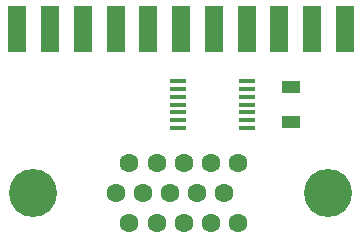
<source format=gbs>
G04 #@! TF.FileFunction,Soldermask,Bot*
%FSLAX46Y46*%
G04 Gerber Fmt 4.6, Leading zero omitted, Abs format (unit mm)*
G04 Created by KiCad (PCBNEW 4.0.7) date 01/07/18 23:21:39*
%MOMM*%
%LPD*%
G01*
G04 APERTURE LIST*
%ADD10C,0.100000*%
%ADD11R,1.473200X0.355600*%
%ADD12R,1.600000X1.000000*%
%ADD13R,1.500000X4.000000*%
%ADD14C,4.064000*%
%ADD15C,1.600200*%
G04 APERTURE END LIST*
D10*
D11*
X154559000Y-89738200D03*
X154559000Y-90398600D03*
X154559000Y-91033600D03*
X154559000Y-91694000D03*
X154559000Y-92354400D03*
X154559000Y-92989400D03*
X154559000Y-93649800D03*
X148717000Y-93649800D03*
X148717000Y-92989400D03*
X148717000Y-92354400D03*
X148717000Y-91694000D03*
X148717000Y-91033600D03*
X148717000Y-90398600D03*
X148717000Y-89738200D03*
D12*
X158242000Y-90194000D03*
X158242000Y-93194000D03*
D13*
X135120000Y-85310000D03*
X137890000Y-85310000D03*
X140660000Y-85310000D03*
X143430000Y-85310000D03*
X146200000Y-85310000D03*
X148970000Y-85310000D03*
X151740000Y-85310000D03*
X154510000Y-85310000D03*
X157280000Y-85310000D03*
X160050000Y-85310000D03*
X162820000Y-85310000D03*
D14*
X136430660Y-99170000D03*
X161429340Y-99170000D03*
D15*
X153760000Y-101710000D03*
X152615000Y-99170000D03*
X151470000Y-101710000D03*
X149180000Y-101710000D03*
X146890000Y-101710000D03*
X144600000Y-101710000D03*
X150325000Y-99170000D03*
X148035000Y-99170000D03*
X145745000Y-99170000D03*
X143455000Y-99170000D03*
X153760000Y-96630000D03*
X151470000Y-96630000D03*
X149180000Y-96630000D03*
X146890000Y-96630000D03*
X144600000Y-96630000D03*
M02*

</source>
